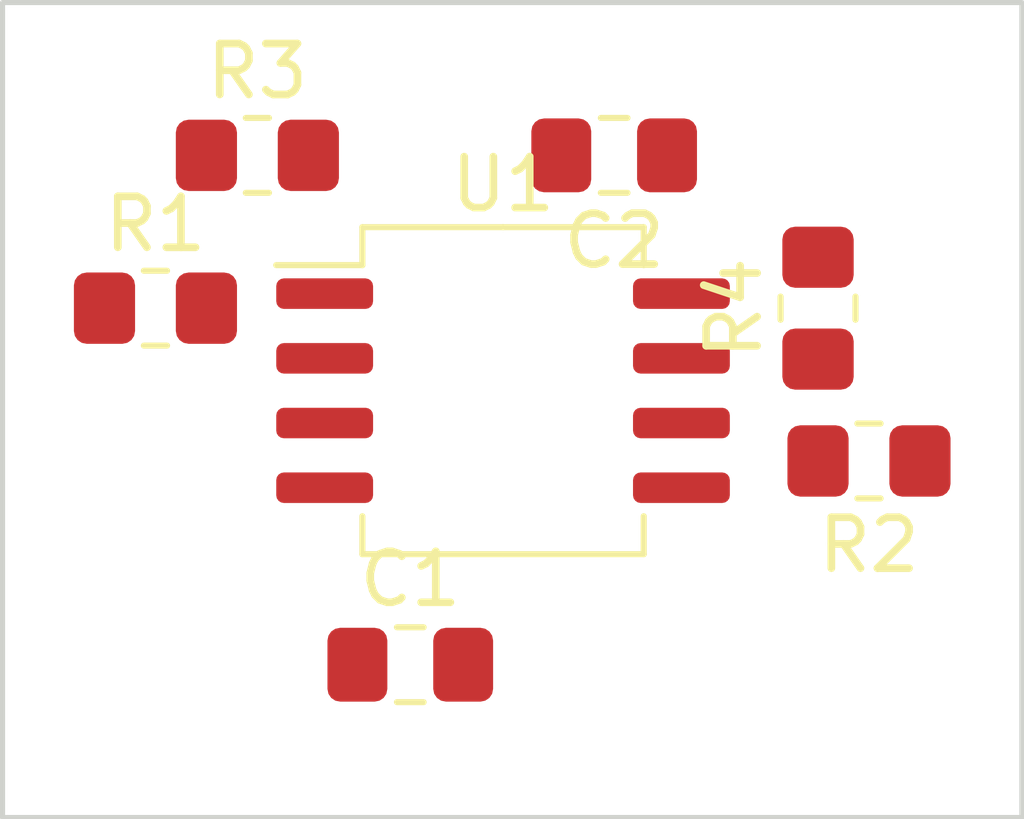
<source format=kicad_pcb>
(kicad_pcb (version 20211014) (generator pcbnew)
  (layers (0 "F.Cu" signal) (31 "B.Cu" signal) (34 "B.Paste" user) (35 "F.Paste" user) (36 "B.SilkS" user "B.Silkscreen") (37 "F.SilkS" user "F.Silkscreen") (38 "B.Mask" user) (39 "F.Mask" user) (44 "Edge.Cuts" user))
  (net 0 "")
  (net 1 "VDD")
  (net 2 "GND")
  (net 3 "VSS")
  (net 4 "IN_A")
  (net 5 "Net-(R1-Pad2)")
  (net 6 "IN_B")
  (net 7 "Net-(R2-Pad2)")
  (net 8 "OUT_A")
  (net 9 "OUT_B")
  (footprint "Resistor_SMD:R_0805_2012Metric_Pad1.20x1.40mm_HandSolder" (layer "F.Cu") (at 131 56)
    (fp_text reference "R3" (at 0 -1.65) (layer "F.SilkS"))
    (fp_text value "10k")
    (fp_line (start -0.227064 -0.735) (end 0.227064 -0.735) (layer "F.SilkS") (width 0.12))
    (fp_line (start -0.227064 0.735) (end 0.227064 0.735) (layer "F.SilkS") (width 0.12))
    (pad "1" smd roundrect (at -1 0) (size 1.2 1.4) (layers "F.Cu" "F.Paste" "F.Mask") (roundrect_rratio 0.208333) (net 5 "Net-(R1-Pad2)"))
    (pad "2" smd roundrect (at 1 0) (size 1.2 1.4) (layers "F.Cu" "F.Paste" "F.Mask") (roundrect_rratio 0.208333) (net 8 "OUT_A"))
  )
  (footprint "Capacitor_SMD:C_0805_2012Metric_Pad1.18x1.45mm_HandSolder" (layer "F.Cu") (at 138 56 180)
    (fp_text reference "C2" (at 0 -1.68) (layer "F.SilkS"))
    (fp_text value "10u")
    (fp_line (start -0.261252 0.735) (end 0.261252 0.735) (layer "F.SilkS") (width 0.12))
    (fp_line (start -0.261252 -0.735) (end 0.261252 -0.735) (layer "F.SilkS") (width 0.12))
    (pad "1" smd roundrect (at -1.0375 0 180) (size 1.175 1.45) (layers "F.Cu" "F.Paste" "F.Mask") (roundrect_rratio 0.212766) (net 3 "VSS"))
    (pad "2" smd roundrect (at 1.0375 0 180) (size 1.175 1.45) (layers "F.Cu" "F.Paste" "F.Mask") (roundrect_rratio 0.212766) (net 2 "GND"))
  )
  (footprint "Resistor_SMD:R_0805_2012Metric_Pad1.20x1.40mm_HandSolder" (layer "F.Cu") (at 143 62 180)
    (fp_text reference "R2" (at 0 -1.65) (layer "F.SilkS"))
    (fp_text value "10k")
    (fp_line (start -0.227064 -0.735) (end 0.227064 -0.735) (layer "F.SilkS") (width 0.12))
    (fp_line (start -0.227064 0.735) (end 0.227064 0.735) (layer "F.SilkS") (width 0.12))
    (pad "1" smd roundrect (at -1 0 180) (size 1.2 1.4) (layers "F.Cu" "F.Paste" "F.Mask") (roundrect_rratio 0.208333) (net 6 "IN_B"))
    (pad "2" smd roundrect (at 1 0 180) (size 1.2 1.4) (layers "F.Cu" "F.Paste" "F.Mask") (roundrect_rratio 0.208333) (net 7 "Net-(R2-Pad2)"))
  )
  (footprint "Capacitor_SMD:C_0805_2012Metric_Pad1.18x1.45mm_HandSolder" (layer "F.Cu") (at 134 66)
    (fp_text reference "C1" (at 0 -1.68) (layer "F.SilkS"))
    (fp_text value "10u")
    (fp_line (start -0.261252 -0.735) (end 0.261252 -0.735) (layer "F.SilkS") (width 0.12))
    (fp_line (start -0.261252 0.735) (end 0.261252 0.735) (layer "F.SilkS") (width 0.12))
    (pad "1" smd roundrect (at -1.0375 0) (size 1.175 1.45) (layers "F.Cu" "F.Paste" "F.Mask") (roundrect_rratio 0.212766) (net 1 "VDD"))
    (pad "2" smd roundrect (at 1.0375 0) (size 1.175 1.45) (layers "F.Cu" "F.Paste" "F.Mask") (roundrect_rratio 0.212766) (net 2 "GND"))
  )
  (footprint "Resistor_SMD:R_0805_2012Metric_Pad1.20x1.40mm_HandSolder" (layer "F.Cu") (at 129 59)
    (fp_text reference "R1" (at 0 -1.65) (layer "F.SilkS"))
    (fp_text value "10k")
    (fp_line (start -0.227064 0.735) (end 0.227064 0.735) (layer "F.SilkS") (width 0.12))
    (fp_line (start -0.227064 -0.735) (end 0.227064 -0.735) (layer "F.SilkS") (width 0.12))
    (pad "1" smd roundrect (at -1 0) (size 1.2 1.4) (layers "F.Cu" "F.Paste" "F.Mask") (roundrect_rratio 0.208333) (net 4 "IN_A"))
    (pad "2" smd roundrect (at 1 0) (size 1.2 1.4) (layers "F.Cu" "F.Paste" "F.Mask") (roundrect_rratio 0.208333) (net 5 "Net-(R1-Pad2)"))
  )
  (footprint "Resistor_SMD:R_0805_2012Metric_Pad1.20x1.40mm_HandSolder" (layer "F.Cu") (at 142 59 90)
    (fp_text reference "R4" (at 0 -1.65 90) (layer "F.SilkS"))
    (fp_text value "10k")
    (fp_line (start -0.227064 -0.735) (end 0.227064 -0.735) (layer "F.SilkS") (width 0.12))
    (fp_line (start -0.227064 0.735) (end 0.227064 0.735) (layer "F.SilkS") (width 0.12))
    (pad "1" smd roundrect (at -1 0 90) (size 1.2 1.4) (layers "F.Cu" "F.Paste" "F.Mask") (roundrect_rratio 0.208333) (net 7 "Net-(R2-Pad2)"))
    (pad "2" smd roundrect (at 1 0 90) (size 1.2 1.4) (layers "F.Cu" "F.Paste" "F.Mask") (roundrect_rratio 0.208333) (net 9 "OUT_B"))
  )
  (footprint "Package_SO:SO-8_5.3x6.2mm_P1.27mm" (layer "F.Cu") (at 135.82 60.62)
    (fp_text reference "U1" (at 0 -4.05) (layer "F.SilkS"))
    (fp_text value "TL072")
    (fp_line (start -2.76 3.21) (end -2.76 2.465) (layer "F.SilkS") (width 0.12))
    (fp_line (start 2.76 -3.21) (end 2.76 -2.465) (layer "F.SilkS") (width 0.12))
    (fp_line (start -2.76 -3.21) (end -2.76 -2.465) (layer "F.SilkS") (width 0.12))
    (fp_line (start 0 3.21) (end -2.76 3.21) (layer "F.SilkS") (width 0.12))
    (fp_line (start 0 -3.21) (end -2.76 -3.21) (layer "F.SilkS") (width 0.12))
    (fp_line (start 0 -3.21) (end 2.76 -3.21) (layer "F.SilkS") (width 0.12))
    (fp_line (start 0 3.21) (end 2.76 3.21) (layer "F.SilkS") (width 0.12))
    (fp_line (start -2.76 -2.465) (end -4.45 -2.465) (layer "F.SilkS") (width 0.12))
    (fp_line (start 2.76 3.21) (end 2.76 2.465) (layer "F.SilkS") (width 0.12))
    (pad "1" smd roundrect (at -3.5 -1.905) (size 1.9 0.6) (layers "F.Cu" "F.Paste" "F.Mask") (net 8 "OUT_A"))
    (pad "2" smd roundrect (at -3.5 -0.635) (size 1.9 0.6) (layers "F.Cu" "F.Paste" "F.Mask") (net 5 "Net-(R1-Pad2)"))
    (pad "3" smd roundrect (at -3.5 0.635) (size 1.9 0.6) (layers "F.Cu" "F.Paste" "F.Mask") (net 2 "GND"))
    (pad "4" smd roundrect (at -3.5 1.905) (size 1.9 0.6) (layers "F.Cu" "F.Paste" "F.Mask") (net 1 "VDD"))
    (pad "5" smd roundrect (at 3.5 1.905) (size 1.9 0.6) (layers "F.Cu" "F.Paste" "F.Mask") (net 2 "GND"))
    (pad "6" smd roundrect (at 3.5 0.635) (size 1.9 0.6) (layers "F.Cu" "F.Paste" "F.Mask") (net 7 "Net-(R2-Pad2)"))
    (pad "7" smd roundrect (at 3.5 -0.635) (size 1.9 0.6) (layers "F.Cu" "F.Paste" "F.Mask") (net 9 "OUT_B"))
    (pad "8" smd roundrect (at 3.5 -1.905) (size 1.9 0.6) (layers "F.Cu" "F.Paste" "F.Mask") (net 3 "VSS"))
  )
  (gr_rect (start 126 53) (end 146 69) (layer "Edge.Cuts") (width 0.1) (fill none))
)
</source>
